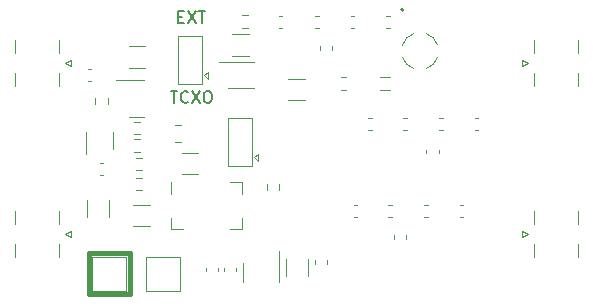
<source format=gbr>
%TF.GenerationSoftware,KiCad,Pcbnew,7.0.1*%
%TF.CreationDate,2023-06-23T15:29:10-04:00*%
%TF.ProjectId,reference-25mhz,72656665-7265-46e6-9365-2d32356d687a,rev?*%
%TF.SameCoordinates,Original*%
%TF.FileFunction,Legend,Top*%
%TF.FilePolarity,Positive*%
%FSLAX46Y46*%
G04 Gerber Fmt 4.6, Leading zero omitted, Abs format (unit mm)*
G04 Created by KiCad (PCBNEW 7.0.1) date 2023-06-23 15:29:10*
%MOMM*%
%LPD*%
G01*
G04 APERTURE LIST*
%ADD10C,0.400000*%
%ADD11C,0.150000*%
%ADD12C,0.120000*%
%ADD13C,0.100000*%
%ADD14C,0.200000*%
G04 APERTURE END LIST*
D10*
X78900000Y-141600000D02*
X82400000Y-141600000D01*
X82400000Y-145100000D01*
X78900000Y-145100000D01*
X78900000Y-141600000D01*
D11*
X86488095Y-121603809D02*
X86821428Y-121603809D01*
X86964285Y-122127619D02*
X86488095Y-122127619D01*
X86488095Y-122127619D02*
X86488095Y-121127619D01*
X86488095Y-121127619D02*
X86964285Y-121127619D01*
X87297619Y-121127619D02*
X87964285Y-122127619D01*
X87964285Y-121127619D02*
X87297619Y-122127619D01*
X88202381Y-121127619D02*
X88773809Y-121127619D01*
X88488095Y-122127619D02*
X88488095Y-121127619D01*
X85845238Y-127877619D02*
X86416666Y-127877619D01*
X86130952Y-128877619D02*
X86130952Y-127877619D01*
X87321428Y-128782380D02*
X87273809Y-128830000D01*
X87273809Y-128830000D02*
X87130952Y-128877619D01*
X87130952Y-128877619D02*
X87035714Y-128877619D01*
X87035714Y-128877619D02*
X86892857Y-128830000D01*
X86892857Y-128830000D02*
X86797619Y-128734761D01*
X86797619Y-128734761D02*
X86750000Y-128639523D01*
X86750000Y-128639523D02*
X86702381Y-128449047D01*
X86702381Y-128449047D02*
X86702381Y-128306190D01*
X86702381Y-128306190D02*
X86750000Y-128115714D01*
X86750000Y-128115714D02*
X86797619Y-128020476D01*
X86797619Y-128020476D02*
X86892857Y-127925238D01*
X86892857Y-127925238D02*
X87035714Y-127877619D01*
X87035714Y-127877619D02*
X87130952Y-127877619D01*
X87130952Y-127877619D02*
X87273809Y-127925238D01*
X87273809Y-127925238D02*
X87321428Y-127972857D01*
X87654762Y-127877619D02*
X88321428Y-128877619D01*
X88321428Y-127877619D02*
X87654762Y-128877619D01*
X88892857Y-127877619D02*
X89083333Y-127877619D01*
X89083333Y-127877619D02*
X89178571Y-127925238D01*
X89178571Y-127925238D02*
X89273809Y-128020476D01*
X89273809Y-128020476D02*
X89321428Y-128210952D01*
X89321428Y-128210952D02*
X89321428Y-128544285D01*
X89321428Y-128544285D02*
X89273809Y-128734761D01*
X89273809Y-128734761D02*
X89178571Y-128830000D01*
X89178571Y-128830000D02*
X89083333Y-128877619D01*
X89083333Y-128877619D02*
X88892857Y-128877619D01*
X88892857Y-128877619D02*
X88797619Y-128830000D01*
X88797619Y-128830000D02*
X88702381Y-128734761D01*
X88702381Y-128734761D02*
X88654762Y-128544285D01*
X88654762Y-128544285D02*
X88654762Y-128210952D01*
X88654762Y-128210952D02*
X88702381Y-128020476D01*
X88702381Y-128020476D02*
X88797619Y-127925238D01*
X88797619Y-127925238D02*
X88892857Y-127877619D01*
D12*
%TO.C,R5*%
X83412258Y-134572500D02*
X82937742Y-134572500D01*
X83412258Y-133527500D02*
X82937742Y-133527500D01*
%TO.C,C24*%
X88840000Y-143115580D02*
X88840000Y-142834420D01*
X89860000Y-143115580D02*
X89860000Y-142834420D01*
%TO.C,C7*%
X110359420Y-137490000D02*
X110640580Y-137490000D01*
X110359420Y-138510000D02*
X110640580Y-138510000D01*
%TO.C,J1*%
X76372500Y-123550000D02*
X76372500Y-124660000D01*
X72662500Y-123550000D02*
X72662500Y-124660000D01*
X77422500Y-125250000D02*
X76922500Y-125500000D01*
X76922500Y-125500000D02*
X77422500Y-125750000D01*
X77422500Y-125750000D02*
X77422500Y-125250000D01*
X76372500Y-126340000D02*
X76372500Y-127450000D01*
X72662500Y-126340000D02*
X72662500Y-127450000D01*
%TO.C,C3*%
X104109420Y-121490000D02*
X104390580Y-121490000D01*
X104109420Y-122510000D02*
X104390580Y-122510000D01*
%TO.C,JP2*%
X90750000Y-134250000D02*
X90750000Y-130150000D01*
X92750000Y-134250000D02*
X90750000Y-134250000D01*
X93250000Y-133800000D02*
X93250000Y-133200000D01*
X92950000Y-133500000D02*
X93250000Y-133800000D01*
X92950000Y-133500000D02*
X93250000Y-133200000D01*
X90750000Y-130150000D02*
X92750000Y-130150000D01*
X92750000Y-130150000D02*
X92750000Y-134250000D01*
%TO.C,L4*%
X108562221Y-130190000D02*
X108887779Y-130190000D01*
X108562221Y-131210000D02*
X108887779Y-131210000D01*
%TO.C,C2*%
X98490000Y-124390580D02*
X98490000Y-124109420D01*
X99510000Y-124390580D02*
X99510000Y-124109420D01*
%TO.C,J5*%
X116627500Y-141950000D02*
X116627500Y-140840000D01*
X120337500Y-141950000D02*
X120337500Y-140840000D01*
X115577500Y-140250000D02*
X116077500Y-140000000D01*
X116077500Y-140000000D02*
X115577500Y-139750000D01*
X115577500Y-139750000D02*
X115577500Y-140250000D01*
X116627500Y-139160000D02*
X116627500Y-138050000D01*
X120337500Y-139160000D02*
X120337500Y-138050000D01*
%TO.C,C22*%
X99060000Y-142209420D02*
X99060000Y-142490580D01*
X98040000Y-142209420D02*
X98040000Y-142490580D01*
D13*
%TO.C,U1*%
X107467800Y-125999998D02*
G75*
G03*
X108467798Y-125000000I-500003J1500001D01*
G01*
X108467798Y-124000000D02*
G75*
G03*
X107467800Y-123000002I-1500001J-500003D01*
G01*
X105467802Y-125000000D02*
G75*
G03*
X106467800Y-125999998I1500001J500003D01*
G01*
X106467800Y-123000002D02*
G75*
G03*
X105467802Y-124000000I500003J-1500001D01*
G01*
D14*
X105567800Y-121000000D02*
G75*
G03*
X105567800Y-121000000I-100000J0D01*
G01*
D12*
%TO.C,FB1*%
X103600378Y-126690000D02*
X104399622Y-126690000D01*
X103600378Y-127810000D02*
X104399622Y-127810000D01*
%TO.C,R1*%
X91937742Y-121477500D02*
X92412258Y-121477500D01*
X91937742Y-122522500D02*
X92412258Y-122522500D01*
%TO.C,R2*%
X100262742Y-126727500D02*
X100737258Y-126727500D01*
X100262742Y-127772500D02*
X100737258Y-127772500D01*
%TO.C,C17*%
X80140580Y-135010000D02*
X79859420Y-135010000D01*
X80140580Y-133990000D02*
X79859420Y-133990000D01*
%TO.C,C18*%
X78790000Y-138511252D02*
X78790000Y-137088748D01*
X80610000Y-138511252D02*
X80610000Y-137088748D01*
%TO.C,L2*%
X101087221Y-121490000D02*
X101412779Y-121490000D01*
X101087221Y-122510000D02*
X101412779Y-122510000D01*
%TO.C,C16*%
X79140580Y-127010000D02*
X78859420Y-127010000D01*
X79140580Y-125990000D02*
X78859420Y-125990000D01*
%TO.C,C26*%
X107515000Y-133115580D02*
X107515000Y-132834420D01*
X108535000Y-133115580D02*
X108535000Y-132834420D01*
%TO.C,C4*%
X95788748Y-126840000D02*
X97211252Y-126840000D01*
X95788748Y-128660000D02*
X97211252Y-128660000D01*
%TO.C,C27*%
X111609420Y-130190000D02*
X111890580Y-130190000D01*
X111609420Y-131210000D02*
X111890580Y-131210000D01*
%TO.C,U5*%
X81010000Y-132750000D02*
X81010000Y-131350000D01*
X78690000Y-131350000D02*
X78690000Y-133250000D01*
D13*
%TO.C,X1*%
X85875000Y-135600000D02*
X85875000Y-136600000D01*
X85875000Y-139600000D02*
X85875000Y-138600000D01*
X86875000Y-139600000D02*
X85875000Y-139600000D01*
X90875000Y-135600000D02*
X91875000Y-135600000D01*
X91875000Y-135600000D02*
X91875000Y-136600000D01*
X91875000Y-138600000D02*
X91875000Y-139600000D01*
X91875000Y-139600000D02*
X90875000Y-139600000D01*
D12*
%TO.C,L5*%
X104299721Y-137490000D02*
X104625279Y-137490000D01*
X104299721Y-138510000D02*
X104625279Y-138510000D01*
%TO.C,J2*%
X76372500Y-138050000D02*
X76372500Y-139160000D01*
X72662500Y-138050000D02*
X72662500Y-139160000D01*
X77422500Y-139750000D02*
X76922500Y-140000000D01*
X76922500Y-140000000D02*
X77422500Y-140250000D01*
X77422500Y-140250000D02*
X77422500Y-139750000D01*
X76372500Y-140840000D02*
X76372500Y-141950000D01*
X72662500Y-140840000D02*
X72662500Y-141950000D01*
%TO.C,TP2*%
X82100000Y-141900000D02*
X82100000Y-144800000D01*
X79200000Y-141900000D02*
X82100000Y-141900000D01*
X82100000Y-144800000D02*
X79200000Y-144800000D01*
X79200000Y-144800000D02*
X79200000Y-141900000D01*
%TO.C,R3*%
X80522500Y-128512742D02*
X80522500Y-128987258D01*
X79477500Y-128512742D02*
X79477500Y-128987258D01*
%TO.C,L1*%
X98087221Y-121490000D02*
X98412779Y-121490000D01*
X98087221Y-122510000D02*
X98412779Y-122510000D01*
%TO.C,C14*%
X91088748Y-123090000D02*
X92511252Y-123090000D01*
X91088748Y-124910000D02*
X92511252Y-124910000D01*
%TO.C,C13*%
X82688748Y-137490000D02*
X84111252Y-137490000D01*
X82688748Y-139310000D02*
X84111252Y-139310000D01*
%TO.C,JP1*%
X95022500Y-135762742D02*
X95022500Y-136237258D01*
X93977500Y-135762742D02*
X93977500Y-136237258D01*
%TO.C,D1*%
X82937500Y-126990000D02*
X81262500Y-126990000D01*
X82937500Y-126990000D02*
X83587500Y-126990000D01*
X82937500Y-130110000D02*
X82287500Y-130110000D01*
X82937500Y-130110000D02*
X83587500Y-130110000D01*
%TO.C,R6*%
X83237258Y-131522500D02*
X82762742Y-131522500D01*
X83237258Y-130477500D02*
X82762742Y-130477500D01*
%TO.C,C19*%
X88211252Y-134910000D02*
X86788748Y-134910000D01*
X88211252Y-133090000D02*
X86788748Y-133090000D01*
%TO.C,L6*%
X107337221Y-137490000D02*
X107662779Y-137490000D01*
X107337221Y-138510000D02*
X107662779Y-138510000D01*
%TO.C,C21*%
X97460000Y-142138748D02*
X97460000Y-143561252D01*
X95640000Y-142138748D02*
X95640000Y-143561252D01*
%TO.C,U4*%
X92950000Y-125400000D02*
X89950000Y-125400000D01*
X92950000Y-127600000D02*
X90750000Y-127600000D01*
%TO.C,U6*%
X95060000Y-143212500D02*
X95060000Y-141412500D01*
X95060000Y-143212500D02*
X95060000Y-144012500D01*
X91940000Y-143212500D02*
X91940000Y-142412500D01*
X91940000Y-143212500D02*
X91940000Y-144012500D01*
%TO.C,R7*%
X83237258Y-133022500D02*
X82762742Y-133022500D01*
X83237258Y-131977500D02*
X82762742Y-131977500D01*
%TO.C,JP3*%
X86500000Y-127300000D02*
X86500000Y-123200000D01*
X88500000Y-127300000D02*
X86500000Y-127300000D01*
X89000000Y-126850000D02*
X89000000Y-126250000D01*
X88700000Y-126550000D02*
X89000000Y-126850000D01*
X88700000Y-126550000D02*
X89000000Y-126250000D01*
X86500000Y-123200000D02*
X88500000Y-123200000D01*
X88500000Y-123200000D02*
X88500000Y-127300000D01*
%TO.C,C15*%
X83711252Y-125910000D02*
X82288748Y-125910000D01*
X83711252Y-124090000D02*
X82288748Y-124090000D01*
%TO.C,R4*%
X82937742Y-135227500D02*
X83412258Y-135227500D01*
X82937742Y-136272500D02*
X83412258Y-136272500D01*
%TO.C,C20*%
X86761252Y-132235000D02*
X86238748Y-132235000D01*
X86761252Y-130765000D02*
X86238748Y-130765000D01*
%TO.C,TP1*%
X86650000Y-141900000D02*
X86650000Y-144800000D01*
X83750000Y-141900000D02*
X86650000Y-141900000D01*
X86650000Y-144800000D02*
X83750000Y-144800000D01*
X83750000Y-144800000D02*
X83750000Y-141900000D01*
%TO.C,C6*%
X104740000Y-140390580D02*
X104740000Y-140109420D01*
X105760000Y-140390580D02*
X105760000Y-140109420D01*
%TO.C,C5*%
X101359420Y-137490000D02*
X101640580Y-137490000D01*
X101359420Y-138510000D02*
X101640580Y-138510000D01*
%TO.C,J4*%
X116627500Y-127450000D02*
X116627500Y-126340000D01*
X120337500Y-127450000D02*
X120337500Y-126340000D01*
X115577500Y-125750000D02*
X116077500Y-125500000D01*
X116077500Y-125500000D02*
X115577500Y-125250000D01*
X115577500Y-125250000D02*
X115577500Y-125750000D01*
X116627500Y-124660000D02*
X116627500Y-123550000D01*
X120337500Y-124660000D02*
X120337500Y-123550000D01*
%TO.C,C23*%
X90340000Y-143115580D02*
X90340000Y-142834420D01*
X91360000Y-143115580D02*
X91360000Y-142834420D01*
%TO.C,C1*%
X95034420Y-121490000D02*
X95315580Y-121490000D01*
X95034420Y-122510000D02*
X95315580Y-122510000D01*
%TO.C,C25*%
X102584420Y-130190000D02*
X102865580Y-130190000D01*
X102584420Y-131210000D02*
X102865580Y-131210000D01*
%TO.C,L3*%
X105549721Y-130190000D02*
X105875279Y-130190000D01*
X105549721Y-131210000D02*
X105875279Y-131210000D01*
%TD*%
M02*

</source>
